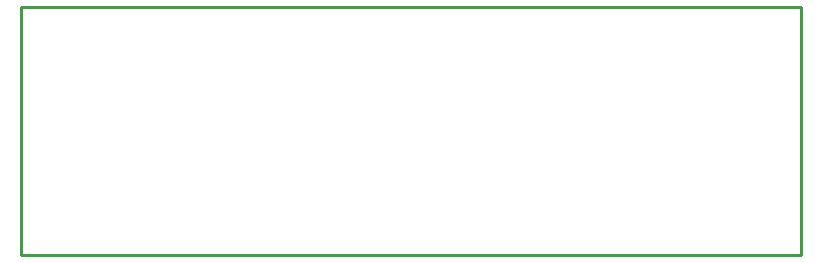
<source format=gm1>
G04*
G04 #@! TF.GenerationSoftware,Altium Limited,Altium Designer,20.0.2 (26)*
G04*
G04 Layer_Color=16711935*
%FSLAX25Y25*%
%MOIN*%
G70*
G01*
G75*
%ADD11C,0.01000*%
D11*
X600843Y229760D02*
Y312205D01*
X341000Y229760D02*
Y312437D01*
Y229760D02*
X600843D01*
X341000Y312437D02*
X600843D01*
M02*

</source>
